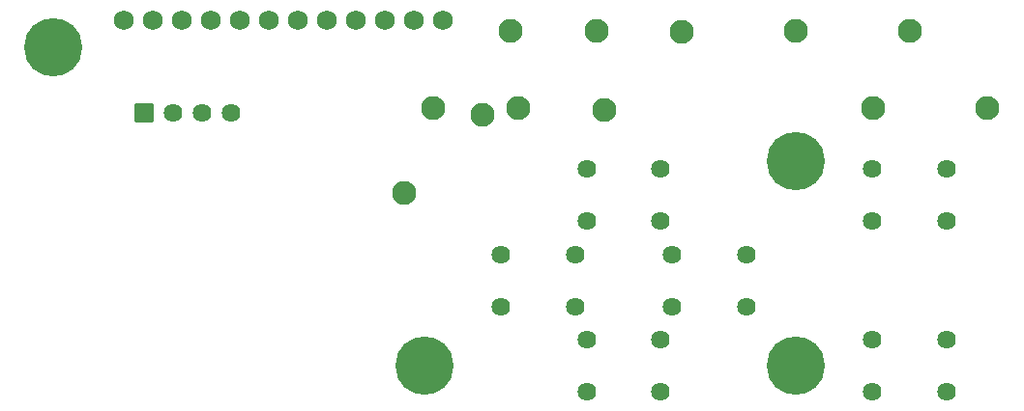
<source format=gbs>
G04 Layer: BottomSolderMaskLayer*
G04 EasyEDA v6.5.29, 2023-07-14 15:37:15*
G04 db832162b2324ea39ecaeeaa3fe534e0,1e4d668faf9c44eeab1497739a8aa4b2,10*
G04 Gerber Generator version 0.2*
G04 Scale: 100 percent, Rotated: No, Reflected: No *
G04 Dimensions in millimeters *
G04 leading zeros omitted , absolute positions ,4 integer and 5 decimal *
%FSLAX45Y45*%
%MOMM*%

%AMMACRO1*1,1,$1,$2,$3*1,1,$1,$4,$5*1,1,$1,0-$2,0-$3*1,1,$1,0-$4,0-$5*20,1,$1,$2,$3,$4,$5,0*20,1,$1,$4,$5,0-$2,0-$3,0*20,1,$1,0-$2,0-$3,0-$4,0-$5,0*20,1,$1,0-$4,0-$5,$2,$3,0*4,1,4,$2,$3,$4,$5,0-$2,0-$3,0-$4,0-$5,$2,$3,0*%
%ADD10C,1.6256*%
%ADD11C,1.7272*%
%ADD12C,5.1016*%
%ADD13MACRO1,0.1016X-0.762X0.762X0.762X0.762*%
%ADD14C,2.1016*%

%LPD*%
D10*
G01*
X5169788Y2228595D03*
G01*
X5817488Y2228595D03*
G01*
X5169788Y1771395D03*
G01*
X5817488Y1771395D03*
G01*
X5169788Y728598D03*
G01*
X5817488Y728598D03*
G01*
X5169788Y271398D03*
G01*
X5817488Y271398D03*
G01*
X5919800Y1478584D03*
G01*
X6567500Y1478584D03*
G01*
X5919800Y1021384D03*
G01*
X6567500Y1021384D03*
G01*
X4419777Y1478584D03*
G01*
X5067503Y1478584D03*
G01*
X4419777Y1021384D03*
G01*
X5067503Y1021384D03*
G01*
X7669784Y2228595D03*
G01*
X8317484Y2228595D03*
G01*
X7669784Y1771395D03*
G01*
X8317484Y1771395D03*
G01*
X7669784Y728598D03*
G01*
X8317484Y728598D03*
G01*
X7669784Y271398D03*
G01*
X8317484Y271398D03*
D11*
G01*
X1115187Y3537330D03*
G01*
X1369187Y3537330D03*
G01*
X1623187Y3537330D03*
G01*
X1877187Y3537330D03*
G01*
X2131186Y3537330D03*
G01*
X2385186Y3537330D03*
G01*
X2640202Y3537330D03*
G01*
X2894202Y3537330D03*
G01*
X3148202Y3537330D03*
G01*
X3402202Y3537330D03*
G01*
X3656202Y3537330D03*
G01*
X3910202Y3537330D03*
D12*
G01*
X499998Y3299993D03*
G01*
X6999986Y2299995D03*
G01*
X3750005Y499973D03*
G01*
X6999986Y499998D03*
D13*
G01*
X1288882Y2719202D03*
D10*
G01*
X1542897Y2719273D03*
G01*
X1796897Y2719273D03*
G01*
X2050897Y2719273D03*
D14*
G01*
X6003315Y3428314D03*
G01*
X5321655Y2746679D03*
G01*
X5253304Y3440811D03*
G01*
X4571669Y2759176D03*
G01*
X4503318Y3440811D03*
G01*
X3821658Y2759176D03*
G01*
X4253306Y2703321D03*
G01*
X3571671Y2021687D03*
G01*
X7678293Y2759176D03*
G01*
X6996658Y3440811D03*
G01*
X8678290Y2759176D03*
G01*
X7996656Y3440811D03*
M02*

</source>
